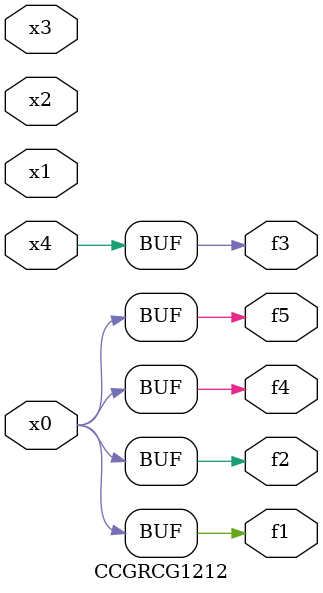
<source format=v>
module CCGRCG1212(
	input x0, x1, x2, x3, x4,
	output f1, f2, f3, f4, f5
);
	assign f1 = x0;
	assign f2 = x0;
	assign f3 = x4;
	assign f4 = x0;
	assign f5 = x0;
endmodule

</source>
